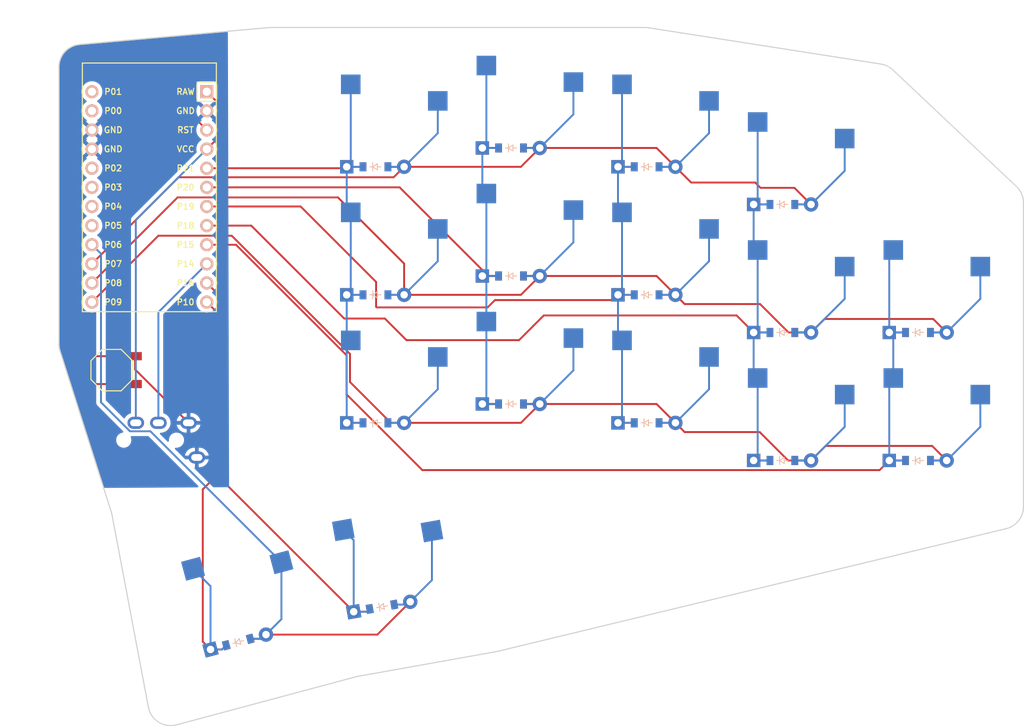
<source format=kicad_pcb>
(kicad_pcb (version 20241229) (generator "pcbnew") (generator_version "9.0")
  (title_block (title "right_pcb") (rev "v1.0.0") (company "Unknown"))
  (layers (0 "F.Cu" signal) (2 "B.Cu" signal) (13 "F.Paste" user) (15 "B.Paste" user) (5 "F.SilkS" user) (7 "B.SilkS" user) (1 "F.Mask" user) (3 "B.Mask" user) (25 "Edge.Cuts" user))
  (net 0 "")
  (net 1 "R_C0")
  (net 2 "R_R0")
  (net 3 "R_R1")
  (net 4 "R_R2")
  (net 5 "R_C1")
  (net 6 "R_C2")
  (net 7 "R_C3")
  (net 8 "R_C4")
  (net 9 "R_T0")
  (net 10 "R_R3")
  (net 11 "R_T1")
  (net 12 "VCC")
  (net 13 "GND")
  (net 14 "RST")
  (net 15 "SERIAL")
  (net 16 "P1")
  (net 17 "P0")
  (net 18 "P2")
  (net 19 "P3")
  (net 20 "P4")
  (net 21 "P5")
  (footprint "E73:SW_TACT_ALPS_SKQGABE010" (layer "F.Cu") (at 65 95.5)
    (property "Reference" "B1" (hide yes))
    (property "Value" "" (hide yes))
  )
  (footprint "PG1350" (layer "F.Cu") (at 118 78)
    (property "Reference" "S5" (hide yes))
    (property "Value" "" (hide yes))
  )
  (footprint "PG1350" (layer "F.Cu") (at 100 97.5)
    (property "Reference" "S1" (hide yes))
    (property "Value" "" (hide yes))
  )
  (footprint "PG1350" (layer "F.Cu") (at 136 80.5)
    (property "Reference" "S8" (hide yes))
    (property "Value" "" (hide yes))
  )
  (footprint "ComboDiode" (layer "F.Cu") (at 136 68.5)
    (property "Reference" "D9" (hide yes))
    (property "Value" "" (hide yes))
  )
  (footprint "PG1350" (layer "F.Cu") (at 172 102.5)
    (property "Reference" "S13" (hide yes))
    (property "Value" "" (hide yes))
  )
  (footprint "ComboDiode" (layer "F.Cu") (at 100 68.5)
    (property "Reference" "D3" (hide yes))
    (property "Value" "" (hide yes))
  )
  (footprint "ProMicro" (layer "F.Cu") (at 70 72.5 -90)
    (property "Reference" "MCU1" (hide yes))
    (property "Value" "" (hide yes))
  )
  (footprint "ComboDiode" (layer "F.Cu") (at 154 73.5)
    (property "Reference" "D12" (hide yes))
    (property "Value" "" (hide yes))
  )
  (footprint "ComboDiode" (layer "F.Cu") (at 118 100)
    (property "Reference" "D4" (hide yes))
    (property "Value" "" (hide yes))
  )
  (footprint "PG1350" (layer "F.Cu") (at 100 63.5)
    (property "Reference" "S3" (hide yes))
    (property "Value" "" (hide yes))
  )
  (footprint "PG1350" (layer "F.Cu") (at 154 68.5)
    (property "Reference" "S12" (hide yes))
    (property "Value" "" (hide yes))
  )
  (footprint "PG1350" (layer "F.Cu") (at 136 97.5)
    (property "Reference" "S7" (hide yes))
    (property "Value" "" (hide yes))
  )
  (footprint "PG1350" (layer "F.Cu") (at 154 102.5)
    (property "Reference" "S10" (hide yes))
    (property "Value" "" (hide yes))
  )
  (footprint "PG1350" (layer "F.Cu") (at 80.50372 126.777605 15)
    (property "Reference" "S16" (hide yes))
    (property "Value" "" (hide yes))
  )
  (footprint "PG1350" (layer "F.Cu") (at 118 95)
    (property "Reference" "S4" (hide yes))
    (property "Value" "" (hide yes))
  )
  (footprint "ComboDiode" (layer "F.Cu") (at 100 102.5)
    (property "Reference" "D1" (hide yes))
    (property "Value" "" (hide yes))
  )
  (footprint "ComboDiode" (layer "F.Cu") (at 118 66)
    (property "Reference" "D6" (hide yes))
    (property "Value" "" (hide yes))
  )
  (footprint "ComboDiode" (layer "F.Cu") (at 136 85.5)
    (property "Reference" "D8" (hide yes))
    (property "Value" "" (hide yes))
  )
  (footprint "ComboDiode" (layer "F.Cu") (at 136 102.5)
    (property "Reference" "D7" (hide yes))
    (property "Value" "" (hide yes))
  )
  (footprint "PG1350" (layer "F.Cu") (at 118 61)
    (property "Reference" "S6" (hide yes))
    (property "Value" "" (hide yes))
  )
  (footprint "PG1350" (layer "F.Cu") (at 154 85.5)
    (property "Reference" "S11" (hide yes))
    (property "Value" "" (hide yes))
  )
  (footprint "PG1350" (layer "F.Cu") (at 100 122 10)
    (property "Reference" "S15" (hide yes))
    (property "Value" "" (hide yes))
  )
  (footprint "ComboDiode" (layer "F.Cu") (at 100.868241 126.924039 10)
    (property "Reference" "D15" (hide yes))
    (property "Value" "" (hide yes))
  )
  (footprint "PG1350" (layer "F.Cu") (at 100 80.5)
    (property "Reference" "S2" (hide yes))
    (property "Value" "" (hide yes))
  )
  (footprint "ComboDiode" (layer "F.Cu") (at 172 90.5)
    (property "Reference" "D14" (hide yes))
    (property "Value" "" (hide yes))
  )
  (footprint "TRRS-PJ-320A-dual" (layer "F.Cu") (at 65 102.5 90)
    (property "Reference" "TRRS1")
    (property "Value" "TRRS-PJ-320A-dual")
  )
  (footprint "ComboDiode" (layer "F.Cu") (at 81.797815 131.607234 15)
    (property "Reference" "D16" (hide yes))
    (property "Value" "" (hide yes))
  )
  (footprint "ComboDiode" (layer "F.Cu") (at 100 85.5)
    (property "Reference" "D2" (hide yes))
    (property "Value" "" (hide yes))
  )
  (footprint "ComboDiode" (layer "F.Cu") (at 154 107.5)
    (property "Reference" "D10" (hide yes))
    (property "Value" "" (hide yes))
  )
  (footprint "ComboDiode" (layer "F.Cu") (at 154 90.5)
    (property "Reference" "D11" (hide yes))
    (property "Value" "" (hide yes))
  )
  (footprint "PG1350" (layer "F.Cu") (at 136 63.5)
    (property "Reference" "S9" (hide yes))
    (property "Value" "" (hide yes))
  )
  (footprint "ComboDiode" (layer "F.Cu") (at 118 83)
    (property "Reference" "D5" (hide yes))
    (property "Value" "" (hide yes))
  )
  (footprint "PG1350" (layer "F.Cu") (at 172 85.5)
    (property "Reference" "S14" (hide yes))
    (property "Value" "" (hide yes))
  )
  (footprint "ComboDiode" (layer "F.Cu") (at 172 107.5)
    (property "Reference" "D13" (hide yes))
    (property "Value" "" (hide yes))
  )
  (gr_arc (start 167.080131 54.85627) (mid 167.937854 55.126731) (end 168.676871 55.639267) (stroke (width 0.15)) (layer "Edge.Cuts"))
  (gr_arc (start 116.21873 132.84279) (mid 116.131284 132.862519) (end 116.043287 132.879626) (stroke (width 0.15)) (layer "Edge.Cuts"))
  (gr_arc (start 186 113.637947) (mid 185.35708 115.493796) (end 183.703883 116.554203) (stroke (width 0.15)) (layer "Edge.Cuts"))
  (gr_line (start 97.64592 136.171736) (end 116.043287 132.879626) (stroke (width 0.15)) (layer "Edge.Cuts"))
  (gr_arc (start 185.05987 71.1121) (mid 185.75496 72.105624) (end 186 73.29314) (stroke (width 0.15)) (layer "Edge.Cuts"))
  (gr_line (start 58.141223 92.943843) (end 64.94486 114.326702) (stroke (width 0.15)) (layer "Edge.Cuts"))
  (gr_line (start 135.767038 50) (end 86.133663 50) (stroke (width 0.15)) (layer "Edge.Cuts"))
  (gr_arc (start 64.94486 114.326702) (mid 64.994661 114.501349) (end 65.033803 114.678689) (stroke (width 0.15)) (layer "Edge.Cuts"))
  (gr_line (start 58 55.244077) (end 58 92.034232) (stroke (width 0.15)) (layer "Edge.Cuts"))
  (gr_arc (start 85.866867 50.011887) (mid 86.000133 50.002973) (end 86.133663 50) (stroke (width 0.15)) (layer "Edge.Cuts"))
  (gr_line (start 73.597995 142.604217) (end 97.397903 136.227051) (stroke (width 0.15)) (layer "Edge.Cuts"))
  (gr_line (start 85.866867 50.011887) (end 60.733204 52.255964) (stroke (width 0.15)) (layer "Edge.Cuts"))
  (gr_line (start 186 113.637947) (end 186 73.29314) (stroke (width 0.15)) (layer "Edge.Cuts"))
  (gr_line (start 116.21873 132.84279) (end 183.703883 116.554203) (stroke (width 0.15)) (layer "Edge.Cuts"))
  (gr_arc (start 97.397903 136.22705) (mid 97.521326 136.196766) (end 97.64592 136.171736) (stroke (width 0.15)) (layer "Edge.Cuts"))
  (gr_line (start 167.080131 54.85627) (end 136.230169 50.035964) (stroke (width 0.15)) (layer "Edge.Cuts"))
  (gr_line (start 65.033803 114.678689) (end 69.873818 140.264063) (stroke (width 0.15)) (layer "Edge.Cuts"))
  (gr_arc (start 58 55.244077) (mid 58.786362 53.219279) (end 60.733204 52.255964) (stroke (width 0.15)) (layer "Edge.Cuts"))
  (gr_arc (start 73.597995 142.604217) (mid 71.225394 142.246582) (end 69.873817 140.264063) (stroke (width 0.15)) (layer "Edge.Cuts"))
  (gr_arc (start 135.767038 50) (mid 135.999301 50.009005) (end 136.230169 50.035964) (stroke (width 0.15)) (layer "Edge.Cuts"))
  (gr_arc (start 58.141223 92.943843) (mid 58.035516 92.494486) (end 58 92.034232) (stroke (width 0.15)) (layer "Edge.Cuts"))
  (gr_line (start 185.05987 71.1121) (end 168.676871 55.639267) (stroke (width 0.15)) (layer "Edge.Cuts"))
  (segment (start 96 68.69) (end 96.19 68.5) (width 0.25) (layer "F.Cu") (net 1))
  (segment (start 96.19 102.5) (end 98.35 102.5) (width 0.25) (layer "F.Cu") (net 1))
  (segment (start 96.19 68.5) (end 98.35 68.5) (width 0.25) (layer "F.Cu") (net 1))
  (segment (start 96.19 85.5) (end 98.35 85.5) (width 0.25) (layer "F.Cu") (net 1))
  (segment (start 77.62 68.69) (end 96 68.69) (width 0.25) (layer "F.Cu") (net 1))
  (segment (start 96.725 91.565) (end 96.19 92.1) (width 0.25) (layer "B.Cu") (net 1))
  (segment (start 96.19 68.5) (end 96.19 74.015) (width 0.25) (layer "B.Cu") (net 1))
  (segment (start 96.725 91.55) (end 96.725 91.565) (width 0.25) (layer "B.Cu") (net 1))
  (segment (start 96.19 91.015) (end 96.725 91.55) (width 0.25) (layer "B.Cu") (net 1))
  (segment (start 96.19 85.5) (end 96.19 91.015) (width 0.25) (layer "B.Cu") (net 1))
  (segment (start 96.725 74.55) (end 96.725 84.965) (width 0.25) (layer "B.Cu") (net 1))
  (segment (start 96.725 84.965) (end 96.19 85.5) (width 0.25) (layer "B.Cu") (net 1))
  (segment (start 96.19 85.5) (end 98.35 85.5) (width 0.25) (layer "B.Cu") (net 1))
  (segment (start 96.19 92.1) (end 96.19 102.5) (width 0.25) (layer "B.Cu") (net 1))
  (segment (start 96.19 68.5) (end 98.35 68.5) (width 0.25) (layer "B.Cu") (net 1))
  (segment (start 96.19 74.015) (end 96.725 74.55) (width 0.25) (layer "B.Cu") (net 1))
  (segment (start 96.725 57.55) (end 96.725 67.965) (width 0.25) (layer "B.Cu") (net 1))
  (segment (start 96.725 67.965) (end 96.19 68.5) (width 0.25) (layer "B.Cu") (net 1))
  (segment (start 96.19 102.5) (end 98.35 102.5) (width 0.25) (layer "B.Cu") (net 1))
  (segment (start 175.81 107.5) (end 173.88 105.57) (width 0.25) (layer "F.Cu") (net 2))
  (segment (start 159.74 105.57) (end 157.81 107.5) (width 0.25) (layer "F.Cu") (net 2))
  (segment (start 173.65 107.5) (end 175.81 107.5) (width 0.25) (layer "F.Cu") (net 2))
  (segment (start 139.81 102.5) (end 137.31 100) (width 0.25) (layer "F.Cu") (net 2))
  (segment (start 62.38 86.47) (end 71.2023 77.6477) (width 0.25) (layer "F.Cu") (net 2))
  (segment (start 102.043587 102.5) (end 103.81 102.5) (width 0.25) (layer "F.Cu") (net 2))
  (segment (start 150.9969 103.7269) (end 141.0369 103.7269) (width 0.25) (layer "F.Cu") (net 2))
  (segment (start 119.65 100) (end 121.81 100) (width 0.25) (layer "F.Cu") (net 2))
  (segment (start 141.0369 103.7269) (end 139.81 102.5) (width 0.25) (layer "F.Cu") (net 2))
  (segment (start 157.81 107.5) (end 154.77 107.5) (width 0.25) (layer "F.Cu") (net 2))
  (segment (start 121.81 100) (end 119.31 102.5) (width 0.25) (layer "F.Cu") (net 2))
  (segment (start 96.6259 97.082313) (end 102.043587 102.5) (width 0.25) (layer "F.Cu") (net 2))
  (segment (start 71.2023 77.6477) (end 80.92551 77.6477) (width 0.25) (layer "F.Cu") (net 2))
  (segment (start 173.88 105.57) (end 159.74 105.57) (width 0.25) (layer "F.Cu") (net 2))
  (segment (start 137.31 100) (end 121.81 100) (width 0.25) (layer "F.Cu") (net 2))
  (segment (start 119.31 102.5) (end 103.81 102.5) (width 0.25) (layer "F.Cu") (net 2))
  (segment (start 154.77 107.5) (end 150.9969 103.7269) (width 0.25) (layer "F.Cu") (net 2))
  (segment (start 155.65 107.5) (end 157.81 107.5) (width 0.25) (layer "F.Cu") (net 2))
  (segment (start 80.92551 77.6477) (end 96.6259 93.34809) (width 0.25) (layer "F.Cu") (net 2))
  (segment (start 137.65 102.5) (end 139.81 102.5) (width 0.25) (layer "F.Cu") (net 2))
  (segment (start 96.6259 93.34809) (end 96.6259 97.082313) (width 0.25) (layer "F.Cu") (net 2))
  (segment (start 101.65 102.5) (end 103.81 102.5) (width 0.25) (layer "F.Cu") (net 2))
  (segment (start 173.65 107.5) (end 175.81 107.5) (width 0.25) (layer "B.Cu") (net 2))
  (segment (start 101.65 102.5) (end 103.81 102.5) (width 0.25) (layer "B.Cu") (net 2))
  (segment (start 175.81 107.5) (end 180.275 103.035) (width 0.25) (layer "B.Cu") (net 2))
  (segment (start 126.275 95.535) (end 126.275 91.25) (width 0.25) (layer "B.Cu") (net 2))
  (segment (start 144.275 98.035) (end 144.275 93.75) (width 0.25) (layer "B.Cu") (net 2))
  (segment (start 121.81 100) (end 126.275 95.535) (width 0.25) (layer "B.Cu") (net 2))
  (segment (start 162.275 103.035) (end 162.275 98.75) (width 0.25) (layer "B.Cu") (net 2))
  (segment (start 155.65 107.5) (end 157.81 107.5) (width 0.25) (layer "B.Cu") (net 2))
  (segment (start 157.81 107.5) (end 162.275 103.035) (width 0.25) (layer "B.Cu") (net 2))
  (segment (start 137.65 102.5) (end 139.81 102.5) (width 0.25) (layer "B.Cu") (net 2))
  (segment (start 108.275 98.035) (end 108.275 93.75) (width 0.25) (layer "B.Cu") (net 2))
  (segment (start 180.275 103.035) (end 180.275 98.75) (width 0.25) (layer "B.Cu") (net 2))
  (segment (start 103.81 102.5) (end 108.275 98.035) (width 0.25) (layer "B.Cu") (net 2))
  (segment (start 119.65 100) (end 121.81 100) (width 0.25) (layer "B.Cu") (net 2))
  (segment (start 139.81 102.5) (end 144.275 98.035) (width 0.25) (layer "B.Cu") (net 2))
  (segment (start 151.0469 86.7269) (end 141.0369 86.7269) (width 0.25) (layer "F.Cu") (net 3))
  (segment (start 101.65 85.5) (end 103.81 85.5) (width 0.25) (layer "F.Cu") (net 3))
  (segment (start 95.024113 72.5677) (end 103.81 81.353587) (width 0.25) (layer "F.Cu") (net 3))
  (segment (start 121.81 83) (end 119.31 85.5) (width 0.25) (layer "F.Cu") (net 3))
  (segment (start 137.65 85.5) (end 139.81 85.5) (width 0.25) (layer "F.Cu") (net 3))
  (segment (start 174.02 88.71) (end 159.6 88.71) (width 0.25) (layer "F.Cu") (net 3))
  (segment (start 175.81 90.5) (end 174.02 88.71) (width 0.25) (layer "F.Cu") (net 3))
  (segment (start 119.65 83) (end 121.81 83) (width 0.25) (layer "F.Cu") (net 3))
  (segment (start 141.0369 86.7269) (end 139.81 85.5) (width 0.25) (layer "F.Cu") (net 3))
  (segment (start 103.81 81.353587) (end 103.81 85.5) (width 0.25) (layer "F.Cu") (net 3))
  (segment (start 155.65 90.5) (end 157.81 90.5) (width 0.25) (layer "F.Cu") (net 3))
  (segment (start 157.81 90.5) (end 154.82 90.5) (width 0.25) (layer "F.Cu") (net 3))
  (segment (start 137.31 83) (end 121.81 83) (width 0.25) (layer "F.Cu") (net 3))
  (segment (start 119.31 85.5) (end 103.81 85.5) (width 0.25) (layer "F.Cu") (net 3))
  (segment (start 62.38 83.93) (end 73.7423 72.5677) (width 0.25) (layer "F.Cu") (net 3))
  (segment (start 139.81 85.5) (end 137.31 83) (width 0.25) (layer "F.Cu") (net 3))
  (segment (start 173.65 90.5) (end 175.81 90.5) (width 0.25) (layer "F.Cu") (net 3))
  (segment (start 159.6 88.71) (end 157.81 90.5) (width 0.25) (layer "F.Cu") (net 3))
  (segment (start 73.7423 72.5677) (end 95.024113 72.5677) (width 0.25) (layer "F.Cu") (net 3))
  (segment (start 154.82 90.5) (end 151.0469 86.7269) (width 0.25) (layer "F.Cu") (net 3))
  (segment (start 144.275 81.035) (end 144.275 76.75) (width 0.25) (layer "B.Cu") (net 3))
  (segment (start 175.81 90.5) (end 180.275 86.035) (width 0.25) (layer "B.Cu") (net 3))
  (segment (start 103.81 85.5) (end 108.275 81.035) (width 0.25) (layer "B.Cu") (net 3))
  (segment (start 180.275 86.035) (end 180.275 81.75) (width 0.25) (layer "B.Cu") (net 3))
  (segment (start 137.65 85.5) (end 139.81 85.5) (width 0.25) (layer "B.Cu") (net 3))
  (segment (start 139.81 85.5) (end 144.275 81.035) (width 0.25) (layer "B.Cu") (net 3))
  (segment (start 162.275 86.035) (end 162.275 81.75) (width 0.25) (layer "B.Cu") (net 3))
  (segment (start 173.65 90.5) (end 175.81 90.5) (width 0.25) (layer "B.Cu") (net 3))
  (segment (start 108.275 81.035) (end 108.275 76.75) (width 0.25) (layer "B.Cu") (net 3))
  (segment (start 126.275 78.535) (end 126.275 74.25) (width 0.25) (layer "B.Cu") (net 3))
  (segment (start 101.65 85.5) (end 103.81 85.5) (width 0.25) (layer "B.Cu") (net 3))
  (segment (start 155.65 90.5) (end 157.81 90.5) (width 0.25) (layer "B.Cu") (net 3))
  (segment (start 157.81 90.5) (end 162.275 86.035) (width 0.25) (layer "B.Cu") (net 3))
  (segment (start 119.65 83) (end 121.81 83) (width 0.25) (layer "B.Cu") (net 3))
  (segment (start 121.81 83) (end 126.275 78.535) (width 0.25) (layer "B.Cu") (net 3))
  (segment (start 119.31 68.5) (end 121.81 66) (width 0.25) (layer "F.Cu") (net 4))
  (segment (start 101.65 68.5) (end 103.81 68.5) (width 0.25) (layer "F.Cu") (net 4))
  (segment (start 73.8777 69.8923) (end 102.4177 69.8923) (width 0.25) (layer "F.Cu") (net 4))
  (segment (start 155.6 71.29) (end 157.81 73.5) (width 0.25) (layer "F.Cu") (net 4))
  (segment (start 62.38 81.39) (end 73.8777 69.8923) (width 0.25) (layer "F.Cu") (net 4))
  (segment (start 119.65 66) (end 121.81 66) (width 0.25) (layer "F.Cu") (net 4))
  (segment (start 102.4177 69.8923) (end 103.81 68.5) (width 0.25) (layer "F.Cu") (net 4))
  (segment (start 139.81 68.5) (end 141.9005 70.5905) (width 0.25) (layer "F.Cu") (net 4))
  (segment (start 137.65 68.5) (end 139.81 68.5) (width 0.25) (layer "F.Cu") (net 4))
  (segment (start 150.4005 70.5905) (end 151.1 71.29) (width 0.25) (layer "F.Cu") (net 4))
  (segment (start 155.65 73.5) (end 157.81 73.5) (width 0.25) (layer "F.Cu") (net 4))
  (segment (start 151.1 71.29) (end 155.6 71.29) (width 0.25) (layer "F.Cu") (net 4))
  (segment (start 141.9005 70.5905) (end 150.4005 70.5905) (width 0.25) (layer "F.Cu") (net 4))
  (segment (start 137.31 66) (end 139.81 68.5) (width 0.25) (layer "F.Cu") (net 4))
  (segment (start 121.81 66) (end 137.31 66) (width 0.25) (layer "F.Cu") (net 4))
  (segment (start 103.81 68.5) (end 119.31 68.5) (width 0.25) (layer "F.Cu") (net 4))
  (segment (start 121.81 66) (end 119.65 66) (width 0.25) (layer "B.Cu") (net 4))
  (segment (start 108.275 64.035) (end 108.275 59.75) (width 0.25) (layer "B.Cu") (net 4))
  (segment (start 157.81 73.5) (end 155.65 73.5) (width 0.25) (layer "B.Cu") (net 4))
  (segment (start 121.81 66) (end 126.275 61.535) (width 0.25) (layer "B.Cu") (net 4))
  (segment (start 162.275 64.75) (end 162.275 69.035) (width 0.25) (layer "B.Cu") (net 4))
  (segment (start 103.81 68.5) (end 108.275 64.035) (width 0.25) (layer "B.Cu") (net 4))
  (segment (start 126.275 61.535) (end 126.275 57.25) (width 0.25) (layer "B.Cu") (net 4))
  (segment (start 139.81 68.5) (end 137.65 68.5) (width 0.25) (layer "B.Cu") (net 4))
  (segment (start 162.275 69.035) (end 157.81 73.5) (width 0.25) (layer "B.Cu") (net 4))
  (segment (start 139.81 68.5) (end 144.275 64.035) (width 0.25) (layer "B.Cu") (net 4))
  (segment (start 144.275 64.035) (end 144.275 59.75) (width 0.25) (layer "B.Cu") (net 4))
  (segment (start 103.81 68.5) (end 101.65 68.5) (width 0.25) (layer "B.Cu") (net 4))
  (segment (start 114.19 82.21) (end 114.19 83) (width 0.25) (layer "F.Cu") (net 5))
  (segment (start 114.19 66) (end 116.35 66) (width 0.25) (layer "F.Cu") (net 5))
  (segment (start 114.19 83) (end 116.35 83) (width 0.25) (layer "F.Cu") (net 5))
  (segment (start 103.21 71.23) (end 114.19 82.21) (width 0.25) (layer "F.Cu") (net 5))
  (segment (start 114.19 100) (end 116.35 100) (width 0.25) (layer "F.Cu") (net 5))
  (segment (start 77.62 71.23) (end 103.21 71.23) (width 0.25) (layer "F.Cu") (net 5))
  (segment (start 114.725 83.615) (end 114.725 89.05) (width 0.25) (layer "B.Cu") (net 5))
  (segment (start 114.725 89.05) (end 114.725 99.465) (width 0.25) (layer "B.Cu") (net 5))
  (segment (start 116.35 66) (end 114.19 66) (width 0.25) (layer "B.Cu") (net 5))
  (segment (start 114.725 99.465) (end 114.19 100) (width 0.25) (layer "B.Cu") (net 5))
  (segment (start 114.19 83) (end 116.35 83) (width 0.25) (layer "B.Cu") (net 5))
  (segment (start 114.19 66) (end 114.19 71.515) (width 0.25) (layer "B.Cu") (net 5))
  (segment (start 114.19 83.08) (end 114.725 83.615) (width 0.25) (layer "B.Cu") (net 5))
  (segment (start 114.725 72.05) (end 114.725 82.465) (width 0.25) (layer "B.Cu") (net 5))
  (segment (start 114.725 82.465) (end 114.19 83) (width 0.25) (layer "B.Cu") (net 5))
  (segment (start 114.725 65.465) (end 114.19 66) (width 0.25) (layer "B.Cu") (net 5))
  (segment (start 114.19 83) (end 114.19 83.08) (width 0.25) (layer "B.Cu") (net 5))
  (segment (start 114.19 71.515) (end 114.725 72.05) (width 0.25) (layer "B.Cu") (net 5))
  (segment (start 114.19 100) (end 116.35 100) (width 0.25) (layer "B.Cu") (net 5))
  (segment (start 114.725 55.05) (end 114.725 65.465) (width 0.25) (layer "B.Cu") (net 5))
  (segment (start 114.886 87.174) (end 115.86 86.2) (width 0.25) (layer "F.Cu") (net 6))
  (segment (start 132.19 102.5) (end 134.35 102.5) (width 0.25) (layer "F.Cu") (net 6))
  (segment (start 131.49 86.2) (end 132.19 85.5) (width 0.25) (layer "F.Cu") (net 6))
  (segment (start 132.19 68.5) (end 134.35 68.5) (width 0.25) (layer "F.Cu") (net 6))
  (segment (start 90.07 73.77) (end 100.09 83.79) (width 0.25) (layer "F.Cu") (net 6))
  (segment (start 100.09 87.08) (end 100.184 87.174) (width 0.25) (layer "F.Cu") (net 6))
  (segment (start 100.09 83.79) (end 100.09 87.08) (width 0.25) (layer "F.Cu") (net 6))
  (segment (start 77.62 73.77) (end 90.07 73.77) (width 0.25) (layer "F.Cu") (net 6))
  (segment (start 115.86 86.2) (end 131.49 86.2) (width 0.25) (layer "F.Cu") (net 6))
  (segment (start 132.19 85.5) (end 134.35 85.5) (width 0.25) (layer "F.Cu") (net 6))
  (segment (start 100.184 87.174) (end 114.886 87.174) (width 0.25) (layer "F.Cu") (net 6))
  (segment (start 132.19 102.5) (end 134.35 102.5) (width 0.25) (layer "B.Cu") (net 6))
  (segment (start 132.725 84.965) (end 132.19 85.5) (width 0.25) (layer "B.Cu") (net 6))
  (segment (start 134.35 68.5) (end 132.19 68.5) (width 0.25) (layer "B.Cu") (net 6))
  (segment (start 132.725 67.965) (end 132.19 68.5) (width 0.25) (layer "B.Cu") (net 6))
  (segment (start 132.725 74.55) (end 132.725 84.965) (width 0.25) (layer "B.Cu") (net 6))
  (segment (start 132.19 85.5) (end 132.19 91.015) (width 0.25) (layer "B.Cu") (net 6))
  (segment (start 132.725 101.965) (end 132.19 102.5) (width 0.25) (layer "B.Cu") (net 6))
  (segment (start 132.19 85.5) (end 134.35 85.5) (width 0.25) (layer "B.Cu") (net 6))
  (segment (start 132.725 57.55) (end 132.725 67.965) (width 0.25) (layer "B.Cu") (net 6))
  (segment (start 132.19 91.015) (end 132.725 91.55) (width 0.25) (layer "B.Cu") (net 6))
  (segment (start 132.19 68.5) (end 132.19 74.015) (width 0.25) (layer "B.Cu") (net 6))
  (segment (start 132.19 74.015) (end 132.725 74.55) (width 0.25) (layer "B.Cu") (net 6))
  (segment (start 132.725 91.55) (end 132.725 101.965) (width 0.25) (layer "B.Cu") (net 6))
  (segment (start 119.06 91.52) (end 122.34 88.24) (width 0.25) (layer "F.Cu") (net 7))
  (segment (start 150.19 73.5) (end 152.35 73.5) (width 0.25) (layer "F.Cu") (net 7))
  (segment (start 147.93 88.24) (end 150.19 90.5) (width 0.25) (layer "F.Cu") (net 7))
  (segment (start 150.19 90.5) (end 152.35 90.5) (width 0.25) (layer "F.Cu") (net 7))
  (segment (start 104.12 91.52) (end 119.06 91.52) (width 0.25) (layer "F.Cu") (net 7))
  (segment (start 122.34 88.24) (end 147.93 88.24) (width 0.25) (layer "F.Cu") (net 7))
  (segment (start 77.62 76.31) (end 83.52 76.31) (width 0.25) (layer "F.Cu") (net 7))
  (segment (start 150.19 107.5) (end 152.35 107.5) (width 0.25) (layer "F.Cu") (net 7))
  (segment (start 101.25 88.65) (end 104.12 91.52) (width 0.25) (layer "F.Cu") (net 7))
  (segment (start 95.86 88.65) (end 101.25 88.65) (width 0.25) (layer "F.Cu") (net 7))
  (segment (start 83.52 76.31) (end 95.86 88.65) (width 0.25) (layer "F.Cu") (net 7))
  (segment (start 150.725 106.965) (end 150.19 107.5) (width 0.25) (layer "B.Cu") (net 7))
  (segment (start 150.19 79.015) (end 150.725 79.55) (width 0.25) (layer "B.Cu") (net 7))
  (segment (start 150.725 79.55) (end 150.725 89.965) (width 0.25) (layer "B.Cu") (net 7))
  (segment (start 150.19 107.5) (end 152.35 107.5) (width 0.25) (layer "B.Cu") (net 7))
  (segment (start 150.725 96.55) (end 150.725 106.965) (width 0.25) (layer "B.Cu") (net 7))
  (segment (start 150.19 73.5) (end 150.19 79.015) (width 0.25) (layer "B.Cu") (net 7))
  (segment (start 150.725 72.965) (end 150.19 73.5) (width 0.25) (layer "B.Cu") (net 7))
  (segment (start 152.35 73.5) (end 150.19 73.5) (width 0.25) (layer "B.Cu") (net 7))
  (segment (start 150.19 96.015) (end 150.725 96.55) (width 0.25) (layer "B.Cu") (net 7))
  (segment (start 150.19 90.5) (end 152.35 90.5) (width 0.25) (layer "B.Cu") (net 7))
  (segment (start 150.725 62.55) (end 150.725 72.965) (width 0.25) (layer "B.Cu") (net 7))
  (segment (start 150.725 89.965) (end 150.19 90.5) (width 0.25) (layer "B.Cu") (net 7))
  (segment (start 150.19 90.5) (end 150.19 96.015) (width 0.25) (layer "B.Cu") (net 7))
  (segment (start 96.1749 93.5349) (end 81.49 78.85) (width 0.25) (layer "F.Cu") (net 8))
  (segment (start 81.49 78.85) (end 77.62 78.85) (width 0.25) (layer "F.Cu") (net 8))
  (segment (start 106.2265 108.7785) (end 96.1749 98.7269) (width 0.25) (layer "F.Cu") (net 8))
  (segment (start 168.19 107.5) (end 166.9115 108.7785) (width 0.25) (layer "F.Cu") (net 8))
  (segment (start 96.1749 98.7269) (end 96.1749 93.5349) (width 0.25) (layer "F.Cu") (net 8))
  (segment (start 166.9115 108.7785) (end 106.2265 108.7785) (width 0.25) (layer "F.Cu") (net 8))
  (segment (start 168.19 107.5) (end 170.35 107.5) (width 0.25) (layer "F.Cu") (net 8))
  (segment (start 168.19 90.5) (end 170.35 90.5) (width 0.25) (layer "F.Cu") (net 8))
  (segment (start 168.19 90.5) (end 170.35 90.5) (width 0.25) (layer "B.Cu") (net 8))
  (segment (start 168.19 80.085) (end 168.725 79.55) (width 0.25) (layer "B.Cu") (net 8))
  (segment (start 168.19 97.085) (end 168.725 96.55) (width 0.25) (layer "B.Cu") (net 8))
  (segment (start 168.725 96.55) (end 168.725 91.035) (width 0.25) (layer "B.Cu") (net 8))
  (segment (start 168.19 90.5) (end 168.19 80.085) (width 0.25) (layer "B.Cu") (net 8))
  (segment (start 168.19 107.5) (end 168.19 97.085) (width 0.25) (layer "B.Cu") (net 8))
  (segment (start 168.725 91.035) (end 168.19 90.5) (width 0.25) (layer "B.Cu") (net 8))
  (segment (start 168.19 107.5) (end 170.35 107.5) (width 0.25) (layer "B.Cu") (net 8))
  (segment (start 97.116123 127.585639) (end 80.101 110.570516) (width 0.25) (layer "F.Cu") (net 9))
  (segment (start 80.101 110.570516) (end 80.101 86.411) (width 0.25) (layer "F.Cu") (net 9))
  (segment (start 98.868227 127.585639) (end 99.243308 127.210558) (width 0.25) (layer "F.Cu") (net 9))
  (segment (start 97.116123 127.585639) (end 98.868227 127.585639) (width 0.25) (layer "F.Cu") (net 9))
  (segment (start 80.101 86.411) (end 77.62 83.93) (width 0.25) (layer "F.Cu") (net 9))
  (segment (start 98.868227 127.585639) (end 99.243308 127.210558) (width 0.25) (layer "B.Cu") (net 9))
  (segment (start 97.116123 127.585639) (end 98.868227 127.585639) (width 0.25) (layer "B.Cu") (net 9))
  (segment (start 97.116123 127.585639) (end 97.116123 118.083667) (width 0.25) (layer "B.Cu") (net 9))
  (segment (start 97.116123 118.083667) (end 95.741548 116.709092) (width 0.25) (layer "B.Cu") (net 9))
  (segment (start 85.477992 130.621133) (end 100.261665 130.621133) (width 0.25) (layer "F.Cu") (net 10))
  (segment (start 84.918942 131.180183) (end 85.477992 130.621133) (width 0.25) (layer "F.Cu") (net 10))
  (segment (start 83.391593 131.180183) (end 84.918942 131.180183) (width 0.25) (layer "F.Cu") (net 10))
  (segment (start 100.261665 130.621133) (end 104.620359 126.262439) (width 0.25) (layer "F.Cu") (net 10))
  (segment (start 104.245278 126.63752) (end 104.620359 126.262439) (width 0.25) (layer "F.Cu") (net 10))
  (segment (start 102.493174 126.63752) (end 104.245278 126.63752) (width 0.25) (layer "F.Cu") (net 10))
  (segment (start 102.493174 126.63752) (end 104.245278 126.63752) (width 0.25) (layer "B.Cu") (net 10))
  (segment (start 104.245278 126.63752) (end 104.620359 126.262439) (width 0.25) (layer "B.Cu") (net 10))
  (segment (start 63.5823 99.774704) (end 63.5823 80.0523) (width 0.25) (layer "B.Cu") (net 10))
  (segment (start 70.138529 103.626) (end 67.433596 103.626) (width 0.25) (layer "B.Cu") (net 10))
  (segment (start 104.620359 126.262439) (end 107.498103 123.384695) (width 0.25) (layer "B.Cu") (net 10))
  (segment (start 84.918942 131.180183) (end 85.477992 130.621133) (width 0.25) (layer "B.Cu") (net 10))
  (segment (start 87.526185 128.57294) (end 85.477992 130.621133) (width 0.25) (layer "B.Cu") (net 10))
  (segment (start 83.391593 131.180183) (end 84.918942 131.180183) (width 0.25) (layer "B.Cu") (net 10))
  (segment (start 107.498103 123.384695) (end 107.498103 116.870032) (width 0.25) (layer "B.Cu") (net 10))
  (segment (start 87.526185 121.013656) (end 70.138529 103.626) (width 0.25) (layer "B.Cu") (net 10))
  (segment (start 67.433596 103.626) (end 63.5823 99.774704) (width 0.25) (layer "B.Cu") (net 10))
  (segment (start 63.5823 80.0523) (end 62.38 78.85) (width 0.25) (layer "B.Cu") (net 10))
  (segment (start 87.526185 121.013656) (end 87.526185 128.57294) (width 0.25) (layer "B.Cu") (net 10))
  (segment (start 79.65 88.5) (end 77.62 86.47) (width 0.25) (layer "F.Cu") (net 11))
  (segment (start 77.087747 111.332253) (end 79.65 108.77) (width 0.25) (layer "F.Cu") (net 11))
  (segment (start 79.644987 132.593335) (end 80.204037 132.034285) (width 0.25) (layer "F.Cu") (net 11))
  (segment (start 79.65 108.77) (end 79.65 88.5) (width 0.25) (layer "F.Cu") (net 11))
  (segment (start 77.087747 131.563444) (end 77.087747 111.332253) (width 0.25) (layer "F.Cu") (net 11))
  (segment (start 78.117638 132.593335) (end 77.087747 131.563444) (width 0.25) (layer "F.Cu") (net 11))
  (segment (start 78.117638 132.593335) (end 79.644987 132.593335) (width 0.25) (layer "F.Cu") (net 11))
  (segment (start 79.644987 132.593335) (end 80.204037 132.034285) (width 0.25) (layer "B.Cu") (net 11))
  (segment (start 78.117638 124.195277) (end 78.117638 132.593335) (width 0.25) (layer "B.Cu") (net 11))
  (segment (start 75.80034 121.877979) (end 78.117638 124.195277) (width 0.25) (layer "B.Cu") (net 11))
  (segment (start 78.117638 132.593335) (end 79.644987 132.593335) (width 0.25) (layer "B.Cu") (net 11))
  (segment (start 77.62 66.15) (end 79.96 63.81) (width 0.25) (layer "F.Cu") (net 12))
  (segment (start 79.96 60.87) (end 77.62 58.53) (width 0.25) (layer "F.Cu") (net 12))
  (segment (start 79.96 63.81) (end 79.96 60.87) (width 0.25) (layer "F.Cu") (net 12))
  (segment (start 68.2 75.57) (end 68.2 102.5) (width 0.25) (layer "B.Cu") (net 12))
  (segment (start 77.62 66.15) (end 68.2 75.57) (width 0.25) (layer "B.Cu") (net 12))
  (segment (start 68.1 95.4) (end 75.2 102.5) (width 0.25) (layer "F.Cu") (net 13))
  (segment (start 68.1 93.65) (end 68.1 95.4) (width 0.25) (layer "F.Cu") (net 13))
  (segment (start 61.9 93.65) (end 68.1 93.65) (width 0.25) (layer "F.Cu") (net 13))
  (segment (start 60.674 56.356) (end 61.27 55.76) (width 0.25) (layer "F.Cu") (net 14))
  (segment (start 61.9 97.35) (end 60.674 96.124) (width 0.25) (layer "F.Cu") (net 14))
  (segment (start 60.674 96.124) (end 60.674 56.356) (width 0.25) (layer "F.Cu") (net 14))
  (segment (start 61.27 55.76) (end 69.77 55.76) (width 0.25) (layer "F.Cu") (net 14))
  (segment (start 61.9 97.35) (end 68.1 97.35) (width 0.25) (layer "F.Cu") (net 14))
  (segment (start 69.77 55.76) (end 77.62 63.61) (width 0.25) (layer "F.Cu") (net 14))
  (segment (start 71.2 102.5) (end 71.2 87.81) (width 0.25) (layer "B.Cu") (net 15))
  (segment (start 71.2 87.81) (end 77.62 81.39) (width 0.25) (layer "B.Cu") (net 15))
  (zone (net 13) (net_name "GND") (layer "B.Cu") (connect_pads (clearance 0.508)) (min_thickness 0.25) (fill yes (thermal_gap 0.5) (thermal_bridge_width 0.5))
    (polygon (pts (xy 80.41 46.35) (xy 80.58 111.05) (xy 50.18 111.22) (xy 50.35 46.52)))
  )
)
</source>
